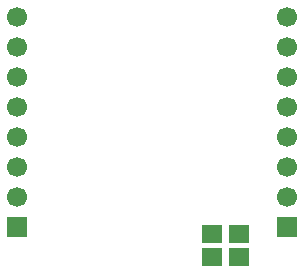
<source format=gbs>
G04 DipTrace 2.4.0.2*
%INiota.GBS*%
%MOMM*%
%ADD44C,1.7*%
%ADD46R,1.7X1.7*%
%ADD48R,1.7X1.5*%
%FSLAX53Y53*%
G04*
G71*
G90*
G75*
G01*
%LNBotMask*%
%LPD*%
D46*
X34141Y18266D3*
D44*
Y20806D3*
Y23346D3*
Y25886D3*
Y28426D3*
Y30966D3*
Y33506D3*
Y36046D3*
D46*
X11281Y18266D3*
D44*
Y20806D3*
Y23346D3*
Y25886D3*
Y28426D3*
Y30966D3*
Y33506D3*
Y36046D3*
D48*
X30014Y15726D3*
Y17626D3*
X27791Y15726D3*
Y17626D3*
M02*

</source>
